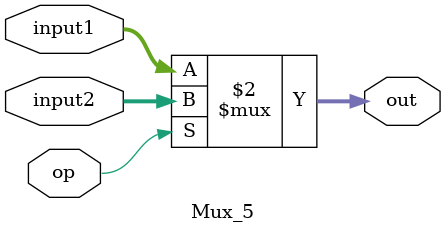
<source format=v>
module Mux_5(input1, input2, op, out);
	input [4:0] input1, input2;
	input op;
	output [4:0] out;
	
	assign out = op == 0 ? input1 : input2;

endmodule

</source>
